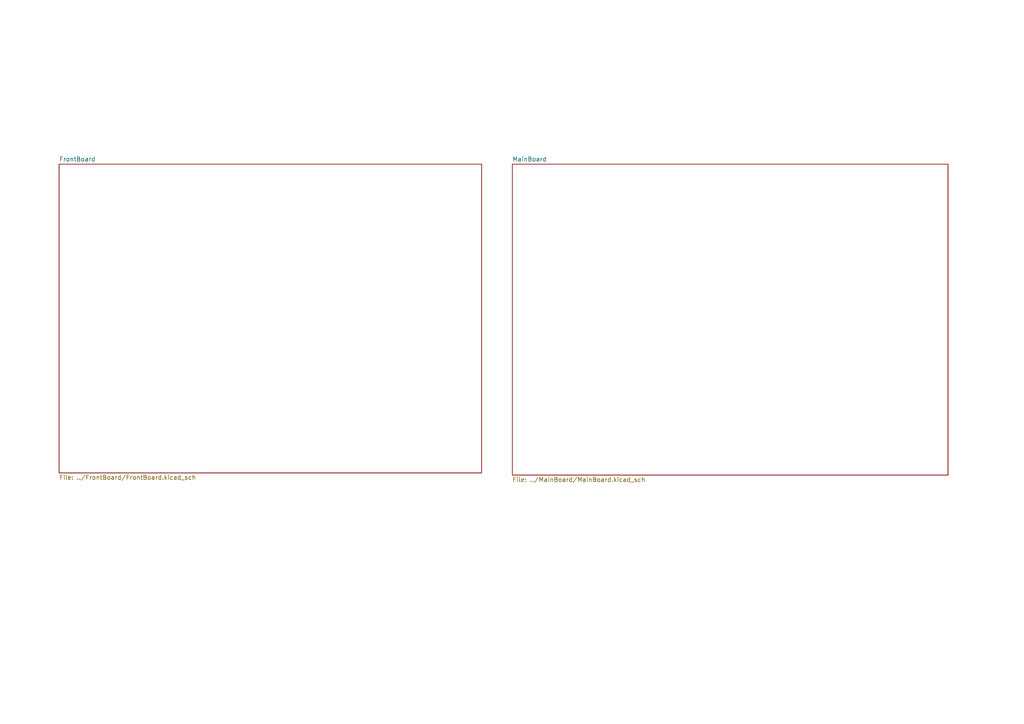
<source format=kicad_sch>
(kicad_sch (version 20230121) (generator eeschema)
  (paper "A4")
  (title_block (title "Matrix Mixer") (date "2024-04-06") (rev "1.0") (company "R-mods"))
  (lib_symbols)
  (sheet (at 17.145 47.625) (size 122.555 89.535) (stroke (width 0.1524))
    (property "Sheetname" "FrontBoard" (at 17.145 46.9134 0) (effects (justify left bottom)))
    (property "Sheetfile" "../FrontBoard/FrontBoard.kicad_sch" (at 17.145 137.7446 0) (effects (justify left top)))
  )
  (sheet (at 148.59 47.625) (size 126.365 90.17) (stroke (width 0.1524))
    (property "Sheetname" "MainBoard" (at 148.59 46.9134 0) (effects (justify left bottom)))
    (property "Sheetfile" "../MainBoard/MainBoard.kicad_sch" (at 148.59 138.3796 0) (effects (justify left top)))
  )
)
</source>
